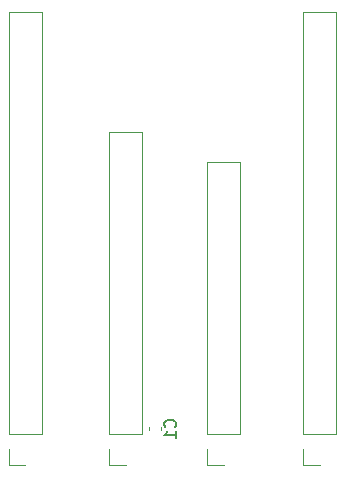
<source format=gbo>
G04 #@! TF.GenerationSoftware,KiCad,Pcbnew,9.0.2*
G04 #@! TF.CreationDate,2025-08-01T14:32:08+08:00*
G04 #@! TF.ProjectId,STM32WB5MMG_Breakout_Board,53544d33-3257-4423-954d-4d475f427265,rev?*
G04 #@! TF.SameCoordinates,Original*
G04 #@! TF.FileFunction,Legend,Bot*
G04 #@! TF.FilePolarity,Positive*
%FSLAX46Y46*%
G04 Gerber Fmt 4.6, Leading zero omitted, Abs format (unit mm)*
G04 Created by KiCad (PCBNEW 9.0.2) date 2025-08-01 14:32:08*
%MOMM*%
%LPD*%
G01*
G04 APERTURE LIST*
%ADD10C,0.153000*%
%ADD11C,0.120000*%
G04 APERTURE END LIST*
D10*
X153179424Y-124063333D02*
X153227044Y-124015714D01*
X153227044Y-124015714D02*
X153274663Y-123872857D01*
X153274663Y-123872857D02*
X153274663Y-123777619D01*
X153274663Y-123777619D02*
X153227044Y-123634762D01*
X153227044Y-123634762D02*
X153131805Y-123539524D01*
X153131805Y-123539524D02*
X153036567Y-123491905D01*
X153036567Y-123491905D02*
X152846091Y-123444286D01*
X152846091Y-123444286D02*
X152703234Y-123444286D01*
X152703234Y-123444286D02*
X152512758Y-123491905D01*
X152512758Y-123491905D02*
X152417520Y-123539524D01*
X152417520Y-123539524D02*
X152322282Y-123634762D01*
X152322282Y-123634762D02*
X152274663Y-123777619D01*
X152274663Y-123777619D02*
X152274663Y-123872857D01*
X152274663Y-123872857D02*
X152322282Y-124015714D01*
X152322282Y-124015714D02*
X152369901Y-124063333D01*
X153274663Y-125015714D02*
X153274663Y-124444286D01*
X153274663Y-124730000D02*
X152274663Y-124730000D01*
X152274663Y-124730000D02*
X152417520Y-124634762D01*
X152417520Y-124634762D02*
X152512758Y-124539524D01*
X152512758Y-124539524D02*
X152560377Y-124444286D01*
D11*
X139120000Y-88960000D02*
X141880000Y-88960000D01*
X139120000Y-124630000D02*
X139120000Y-88960000D01*
X139120000Y-124630000D02*
X141880000Y-124630000D01*
X139120000Y-125900000D02*
X139120000Y-127280000D01*
X139120000Y-127280000D02*
X140500000Y-127280000D01*
X141880000Y-124630000D02*
X141880000Y-88960000D01*
X164050000Y-88960000D02*
X166810000Y-88960000D01*
X164050000Y-124630000D02*
X164050000Y-88960000D01*
X164050000Y-124630000D02*
X166810000Y-124630000D01*
X164050000Y-125900000D02*
X164050000Y-127280000D01*
X164050000Y-127280000D02*
X165430000Y-127280000D01*
X166810000Y-124630000D02*
X166810000Y-88960000D01*
X155920000Y-101670000D02*
X158680000Y-101670000D01*
X155920000Y-124640000D02*
X155920000Y-101670000D01*
X155920000Y-124640000D02*
X158680000Y-124640000D01*
X155920000Y-125910000D02*
X155920000Y-127290000D01*
X155920000Y-127290000D02*
X157300000Y-127290000D01*
X158680000Y-124640000D02*
X158680000Y-101670000D01*
X150990000Y-124079420D02*
X150990000Y-124360580D01*
X152010000Y-124079420D02*
X152010000Y-124360580D01*
X147620000Y-99130000D02*
X150380000Y-99130000D01*
X147620000Y-124640000D02*
X147620000Y-99130000D01*
X147620000Y-124640000D02*
X150380000Y-124640000D01*
X147620000Y-125910000D02*
X147620000Y-127290000D01*
X147620000Y-127290000D02*
X149000000Y-127290000D01*
X150380000Y-124640000D02*
X150380000Y-99130000D01*
M02*

</source>
